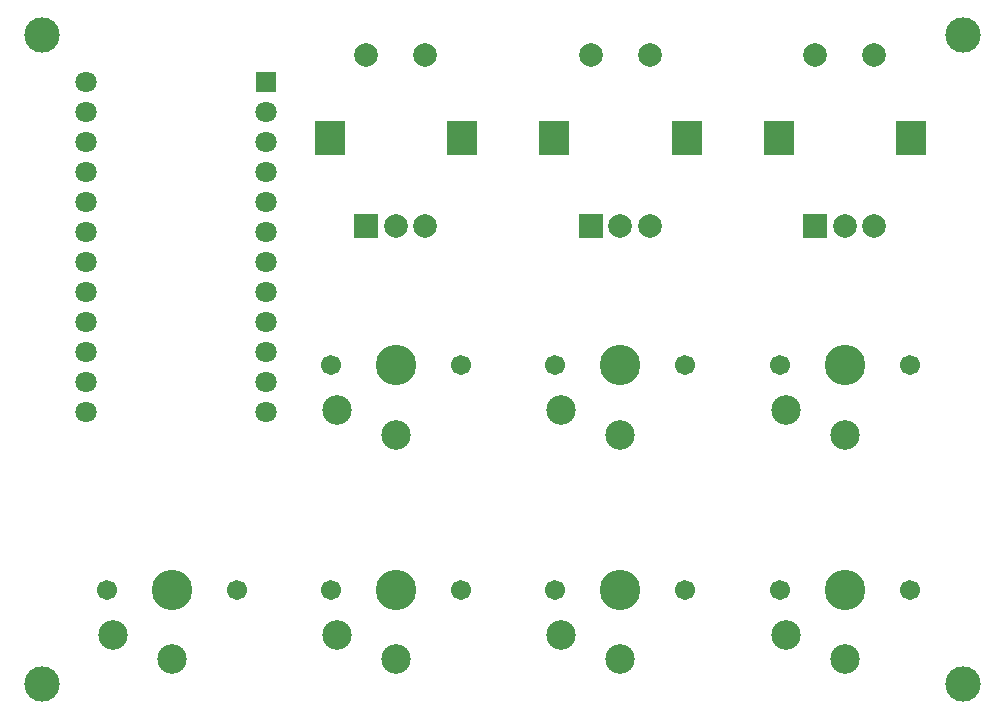
<source format=gbr>
%TF.GenerationSoftware,KiCad,Pcbnew,7.0.9*%
%TF.CreationDate,2023-11-21T21:31:42+09:00*%
%TF.ProjectId,celeron_kb_1,63656c65-726f-46e5-9f6b-625f312e6b69,rev?*%
%TF.SameCoordinates,Original*%
%TF.FileFunction,Soldermask,Bot*%
%TF.FilePolarity,Negative*%
%FSLAX46Y46*%
G04 Gerber Fmt 4.6, Leading zero omitted, Abs format (unit mm)*
G04 Created by KiCad (PCBNEW 7.0.9) date 2023-11-21 21:31:42*
%MOMM*%
%LPD*%
G01*
G04 APERTURE LIST*
%ADD10R,2.000000X2.000000*%
%ADD11C,2.000000*%
%ADD12R,2.500000X3.000000*%
%ADD13C,3.000000*%
%ADD14C,1.701800*%
%ADD15C,3.429000*%
%ADD16C,2.500000*%
%ADD17R,1.800000X1.800000*%
%ADD18C,1.800000*%
G04 APERTURE END LIST*
D10*
%TO.C,E2*%
X135500000Y-69250000D03*
D11*
X140500000Y-69250000D03*
X138000000Y-69250000D03*
D12*
X132400000Y-61750000D03*
X143600000Y-61750000D03*
D11*
X135500000Y-54750000D03*
X140500000Y-54750000D03*
%TD*%
D13*
%TO.C,*%
X89000000Y-53000000D03*
%TD*%
D14*
%TO.C,SW1*%
X113500000Y-81000000D03*
D15*
X119000000Y-81000000D03*
D14*
X124500000Y-81000000D03*
D16*
X119000000Y-86900000D03*
X114000000Y-84800000D03*
%TD*%
D17*
%TO.C,promicro*%
X107985000Y-57020000D03*
D18*
X107985000Y-59560000D03*
X107985000Y-62100000D03*
X107985000Y-64640000D03*
X107985000Y-67180000D03*
X107985000Y-69720000D03*
X107985000Y-72260000D03*
X107985000Y-74800000D03*
X107985000Y-77340000D03*
X107985000Y-79880000D03*
X107985000Y-82420000D03*
X107985000Y-84960000D03*
X92745000Y-84960000D03*
X92745000Y-82420000D03*
X92745000Y-79880000D03*
X92745000Y-77340000D03*
X92745000Y-74800000D03*
X92745000Y-72260000D03*
X92745000Y-69720000D03*
X92745000Y-67180000D03*
X92745000Y-64640000D03*
X92745000Y-62100000D03*
X92745000Y-59560000D03*
X92745000Y-57020000D03*
%TD*%
D13*
%TO.C,*%
X167000000Y-108000000D03*
%TD*%
D14*
%TO.C,SW7*%
X151500000Y-100000000D03*
D15*
X157000000Y-100000000D03*
D14*
X162500000Y-100000000D03*
D16*
X157000000Y-105900000D03*
X152000000Y-103800000D03*
%TD*%
D14*
%TO.C,SW5*%
X113500000Y-100000000D03*
D15*
X119000000Y-100000000D03*
D14*
X124500000Y-100000000D03*
D16*
X119000000Y-105900000D03*
X114000000Y-103800000D03*
%TD*%
D10*
%TO.C,E3*%
X154500000Y-69250000D03*
D11*
X159500000Y-69250000D03*
X157000000Y-69250000D03*
D12*
X151400000Y-61750000D03*
X162600000Y-61750000D03*
D11*
X154500000Y-54750000D03*
X159500000Y-54750000D03*
%TD*%
D13*
%TO.C,*%
X167000000Y-53000000D03*
%TD*%
D10*
%TO.C,E1*%
X116500000Y-69250000D03*
D11*
X121500000Y-69250000D03*
X119000000Y-69250000D03*
D12*
X113400000Y-61750000D03*
X124600000Y-61750000D03*
D11*
X116500000Y-54750000D03*
X121500000Y-54750000D03*
%TD*%
D14*
%TO.C,SW4*%
X94500000Y-100000000D03*
D15*
X100000000Y-100000000D03*
D14*
X105500000Y-100000000D03*
D16*
X100000000Y-105900000D03*
X95000000Y-103800000D03*
%TD*%
D13*
%TO.C,*%
X89000000Y-108000000D03*
%TD*%
%TO.C,*%
X89000000Y-53000000D03*
%TD*%
D14*
%TO.C,SW6*%
X132500000Y-100000000D03*
D15*
X138000000Y-100000000D03*
D14*
X143500000Y-100000000D03*
D16*
X138000000Y-105900000D03*
X133000000Y-103800000D03*
%TD*%
D14*
%TO.C,SW3*%
X151500000Y-81000000D03*
D15*
X157000000Y-81000000D03*
D14*
X162500000Y-81000000D03*
D16*
X157000000Y-86900000D03*
X152000000Y-84800000D03*
%TD*%
D13*
%TO.C,*%
X89000000Y-108000000D03*
%TD*%
D14*
%TO.C,SW2*%
X132500000Y-81000000D03*
D15*
X138000000Y-81000000D03*
D14*
X143500000Y-81000000D03*
D16*
X138000000Y-86900000D03*
X133000000Y-84800000D03*
%TD*%
M02*

</source>
